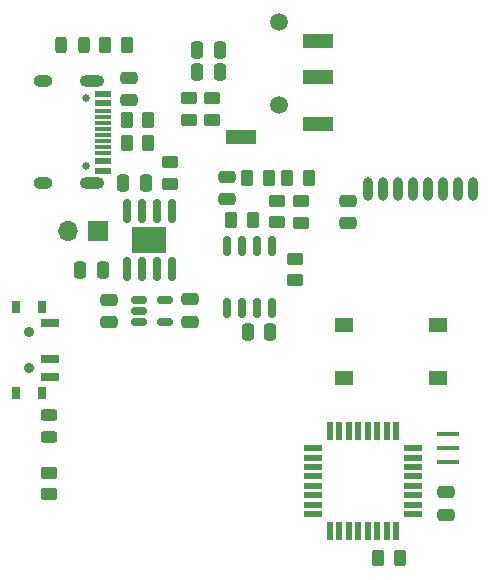
<source format=gbr>
%TF.GenerationSoftware,KiCad,Pcbnew,(6.0.0)*%
%TF.CreationDate,2022-06-28T21:38:27+02:00*%
%TF.ProjectId,DETECTIVE BOYS BADGE,44455445-4354-4495-9645-20424f595320,rev?*%
%TF.SameCoordinates,Original*%
%TF.FileFunction,Soldermask,Top*%
%TF.FilePolarity,Negative*%
%FSLAX46Y46*%
G04 Gerber Fmt 4.6, Leading zero omitted, Abs format (unit mm)*
G04 Created by KiCad (PCBNEW (6.0.0)) date 2022-06-28 21:38:27*
%MOMM*%
%LPD*%
G01*
G04 APERTURE LIST*
G04 Aperture macros list*
%AMRoundRect*
0 Rectangle with rounded corners*
0 $1 Rounding radius*
0 $2 $3 $4 $5 $6 $7 $8 $9 X,Y pos of 4 corners*
0 Add a 4 corners polygon primitive as box body*
4,1,4,$2,$3,$4,$5,$6,$7,$8,$9,$2,$3,0*
0 Add four circle primitives for the rounded corners*
1,1,$1+$1,$2,$3*
1,1,$1+$1,$4,$5*
1,1,$1+$1,$6,$7*
1,1,$1+$1,$8,$9*
0 Add four rect primitives between the rounded corners*
20,1,$1+$1,$2,$3,$4,$5,0*
20,1,$1+$1,$4,$5,$6,$7,0*
20,1,$1+$1,$6,$7,$8,$9,0*
20,1,$1+$1,$8,$9,$2,$3,0*%
G04 Aperture macros list end*
%ADD10RoundRect,0.250000X0.250000X0.475000X-0.250000X0.475000X-0.250000X-0.475000X0.250000X-0.475000X0*%
%ADD11RoundRect,0.250000X0.262500X0.450000X-0.262500X0.450000X-0.262500X-0.450000X0.262500X-0.450000X0*%
%ADD12C,1.500000*%
%ADD13R,2.500000X1.200000*%
%ADD14R,1.550000X1.300000*%
%ADD15RoundRect,0.243750X0.456250X-0.243750X0.456250X0.243750X-0.456250X0.243750X-0.456250X-0.243750X0*%
%ADD16RoundRect,0.250000X-0.250000X-0.475000X0.250000X-0.475000X0.250000X0.475000X-0.250000X0.475000X0*%
%ADD17RoundRect,0.400000X0.000000X-0.600000X0.000000X-0.600000X0.000000X0.600000X0.000000X0.600000X0*%
%ADD18RoundRect,0.250000X0.475000X-0.250000X0.475000X0.250000X-0.475000X0.250000X-0.475000X-0.250000X0*%
%ADD19RoundRect,0.150000X-0.150000X0.675000X-0.150000X-0.675000X0.150000X-0.675000X0.150000X0.675000X0*%
%ADD20RoundRect,0.243750X0.243750X0.456250X-0.243750X0.456250X-0.243750X-0.456250X0.243750X-0.456250X0*%
%ADD21C,0.900000*%
%ADD22R,0.800000X1.000000*%
%ADD23R,1.500000X0.700000*%
%ADD24RoundRect,0.250000X0.450000X-0.262500X0.450000X0.262500X-0.450000X0.262500X-0.450000X-0.262500X0*%
%ADD25RoundRect,0.250000X-0.450000X0.262500X-0.450000X-0.262500X0.450000X-0.262500X0.450000X0.262500X0*%
%ADD26RoundRect,0.250000X-0.475000X0.250000X-0.475000X-0.250000X0.475000X-0.250000X0.475000X0.250000X0*%
%ADD27R,1.600000X0.550000*%
%ADD28R,0.550000X1.600000*%
%ADD29R,1.700000X1.700000*%
%ADD30O,1.700000X1.700000*%
%ADD31C,0.650000*%
%ADD32R,1.450000X0.600000*%
%ADD33R,1.450000X0.300000*%
%ADD34O,1.600000X1.000000*%
%ADD35O,2.100000X1.000000*%
%ADD36RoundRect,0.250000X-0.262500X-0.450000X0.262500X-0.450000X0.262500X0.450000X-0.262500X0.450000X0*%
%ADD37R,1.900000X0.400000*%
%ADD38RoundRect,0.150000X-0.512500X-0.150000X0.512500X-0.150000X0.512500X0.150000X-0.512500X0.150000X0*%
%ADD39RoundRect,0.150000X-0.150000X0.825000X-0.150000X-0.825000X0.150000X-0.825000X0.150000X0.825000X0*%
%ADD40R,3.000000X2.290000*%
G04 APERTURE END LIST*
D10*
%TO.C,C6*%
X139450000Y-127800000D03*
X137550000Y-127800000D03*
%TD*%
D11*
%TO.C,R9*%
X156912500Y-120000000D03*
X155087500Y-120000000D03*
%TD*%
D12*
%TO.C,J1*%
X154400000Y-106855000D03*
X154400000Y-113855000D03*
D13*
X157650000Y-111455000D03*
X157650000Y-108455000D03*
X151150000Y-116555000D03*
X157650000Y-115455000D03*
%TD*%
D14*
%TO.C,SW2*%
X159920000Y-132450000D03*
X167880000Y-132450000D03*
X159920000Y-136950000D03*
X167880000Y-136950000D03*
%TD*%
D15*
%TO.C,D1*%
X134900000Y-141937500D03*
X134900000Y-140062500D03*
%TD*%
D16*
%TO.C,C7*%
X147450000Y-109200000D03*
X149350000Y-109200000D03*
%TD*%
D17*
%TO.C,U1*%
X163175000Y-120980000D03*
X161905000Y-120980000D03*
X164445000Y-120980000D03*
X165715000Y-120980000D03*
X166985000Y-120980000D03*
X168255000Y-120980000D03*
X169525000Y-120980000D03*
X170795000Y-120980000D03*
%TD*%
D16*
%TO.C,C9*%
X147450000Y-111100000D03*
X149350000Y-111100000D03*
%TD*%
%TO.C,C5*%
X141200000Y-120475000D03*
X143100000Y-120475000D03*
%TD*%
D11*
%TO.C,R13*%
X164612500Y-152200000D03*
X162787500Y-152200000D03*
%TD*%
D18*
%TO.C,C11*%
X168500000Y-148550000D03*
X168500000Y-146650000D03*
%TD*%
D19*
%TO.C,U4*%
X153805000Y-125775000D03*
X152535000Y-125775000D03*
X151265000Y-125775000D03*
X149995000Y-125775000D03*
X149995000Y-131025000D03*
X151265000Y-131025000D03*
X152535000Y-131025000D03*
X153805000Y-131025000D03*
%TD*%
D20*
%TO.C,D2*%
X137837500Y-108750000D03*
X135962500Y-108750000D03*
%TD*%
D21*
%TO.C,SW1*%
X133245000Y-136100000D03*
D22*
X134355000Y-130950000D03*
D21*
X133245000Y-133100000D03*
D22*
X132145000Y-130950000D03*
X134355000Y-138250000D03*
X132145000Y-138250000D03*
D23*
X135005000Y-132350000D03*
X135005000Y-135350000D03*
X135005000Y-136850000D03*
%TD*%
D24*
%TO.C,R6*%
X148700000Y-115112500D03*
X148700000Y-113287500D03*
%TD*%
D11*
%TO.C,R8*%
X153512500Y-120000000D03*
X151687500Y-120000000D03*
%TD*%
D24*
%TO.C,R7*%
X145175000Y-120537500D03*
X145175000Y-118712500D03*
%TD*%
D25*
%TO.C,R5*%
X146800000Y-113287500D03*
X146800000Y-115112500D03*
%TD*%
%TO.C,RG1*%
X155700000Y-126887500D03*
X155700000Y-128712500D03*
%TD*%
D26*
%TO.C,C2*%
X140000000Y-130350000D03*
X140000000Y-132250000D03*
%TD*%
D24*
%TO.C,R11*%
X156250000Y-123812500D03*
X156250000Y-121987500D03*
%TD*%
D27*
%TO.C,U5*%
X165750000Y-148500000D03*
X165750000Y-147700000D03*
X165750000Y-146900000D03*
X165750000Y-146100000D03*
X165750000Y-145300000D03*
X165750000Y-144500000D03*
X165750000Y-143700000D03*
X165750000Y-142900000D03*
D28*
X164300000Y-141450000D03*
X163500000Y-141450000D03*
X162700000Y-141450000D03*
X161900000Y-141450000D03*
X161100000Y-141450000D03*
X160300000Y-141450000D03*
X159500000Y-141450000D03*
X158700000Y-141450000D03*
D27*
X157250000Y-142900000D03*
X157250000Y-143700000D03*
X157250000Y-144500000D03*
X157250000Y-145300000D03*
X157250000Y-146100000D03*
X157250000Y-146900000D03*
X157250000Y-147700000D03*
X157250000Y-148500000D03*
D28*
X158700000Y-149950000D03*
X159500000Y-149950000D03*
X160300000Y-149950000D03*
X161100000Y-149950000D03*
X161900000Y-149950000D03*
X162700000Y-149950000D03*
X163500000Y-149950000D03*
X164300000Y-149950000D03*
%TD*%
D26*
%TO.C,C1*%
X160200000Y-121950000D03*
X160200000Y-123850000D03*
%TD*%
D18*
%TO.C,C3*%
X141650000Y-113450000D03*
X141650000Y-111550000D03*
%TD*%
D29*
%TO.C,BT1*%
X139050000Y-124525000D03*
D30*
X136510000Y-124525000D03*
%TD*%
D11*
%TO.C,R10*%
X152162500Y-123600000D03*
X150337500Y-123600000D03*
%TD*%
D31*
%TO.C,USB1*%
X138050000Y-119040000D03*
X138050000Y-113260000D03*
D32*
X139495000Y-112900000D03*
X139495000Y-113700000D03*
D33*
X139495000Y-114900000D03*
X139495000Y-115900000D03*
X139495000Y-116400000D03*
X139495000Y-117400000D03*
D32*
X139495000Y-118600000D03*
X139495000Y-119400000D03*
X139495000Y-119400000D03*
X139495000Y-118600000D03*
D33*
X139495000Y-117900000D03*
X139495000Y-116900000D03*
X139495000Y-115400000D03*
X139495000Y-114400000D03*
D32*
X139495000Y-113700000D03*
X139495000Y-112900000D03*
D34*
X134400000Y-111830000D03*
D35*
X138580000Y-111830000D03*
X138580000Y-120470000D03*
D34*
X134400000Y-120470000D03*
%TD*%
D24*
%TO.C,R12*%
X154250000Y-123800000D03*
X154250000Y-121975000D03*
%TD*%
D26*
%TO.C,C8*%
X150000000Y-119950000D03*
X150000000Y-121850000D03*
%TD*%
D36*
%TO.C,R3*%
X141487500Y-117050000D03*
X143312500Y-117050000D03*
%TD*%
D37*
%TO.C,X1*%
X168700000Y-144100000D03*
X168700000Y-142900000D03*
X168700000Y-141700000D03*
%TD*%
D38*
%TO.C,U2*%
X142487500Y-130337500D03*
X142487500Y-131287500D03*
X142487500Y-132237500D03*
X144762500Y-132237500D03*
X144762500Y-130337500D03*
%TD*%
D39*
%TO.C,U3*%
X145305000Y-122825000D03*
X144035000Y-122825000D03*
X142765000Y-122825000D03*
X141495000Y-122825000D03*
X141495000Y-127775000D03*
X142765000Y-127775000D03*
X144035000Y-127775000D03*
X145305000Y-127775000D03*
D40*
X143400000Y-125300000D03*
%TD*%
D25*
%TO.C,R1*%
X134900000Y-144987500D03*
X134900000Y-146812500D03*
%TD*%
D36*
%TO.C,R4*%
X139662500Y-108775000D03*
X141487500Y-108775000D03*
%TD*%
D26*
%TO.C,C4*%
X146825000Y-130300000D03*
X146825000Y-132200000D03*
%TD*%
D16*
%TO.C,C10*%
X151750000Y-133100000D03*
X153650000Y-133100000D03*
%TD*%
D36*
%TO.C,R2*%
X141487500Y-115150000D03*
X143312500Y-115150000D03*
%TD*%
M02*

</source>
